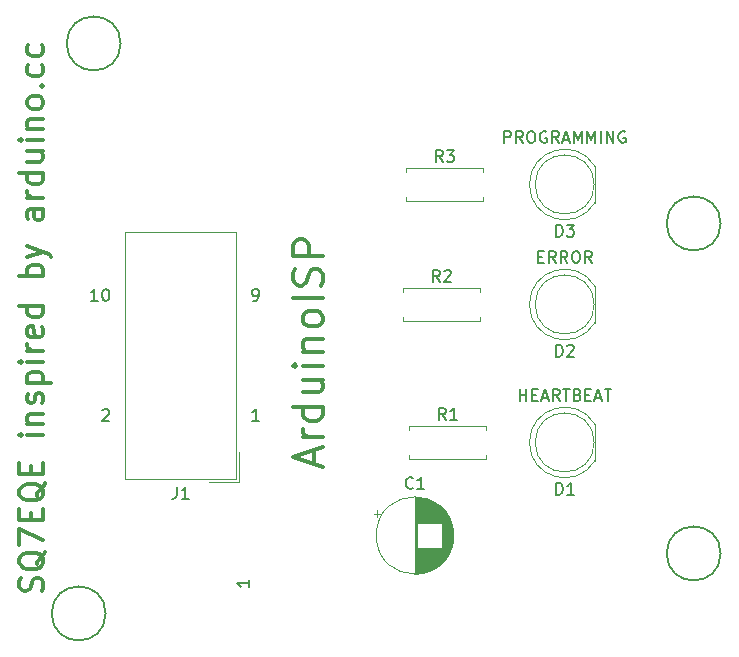
<source format=gbr>
G04 #@! TF.GenerationSoftware,KiCad,Pcbnew,5.1.4-3.fc30*
G04 #@! TF.CreationDate,2019-09-14T16:13:18+02:00*
G04 #@! TF.ProjectId,avr_prog_uno_shiled,6176725f-7072-46f6-975f-756e6f5f7368,1.0*
G04 #@! TF.SameCoordinates,Original*
G04 #@! TF.FileFunction,Legend,Top*
G04 #@! TF.FilePolarity,Positive*
%FSLAX46Y46*%
G04 Gerber Fmt 4.6, Leading zero omitted, Abs format (unit mm)*
G04 Created by KiCad (PCBNEW 5.1.4-3.fc30) date 2019-09-14 16:13:18*
%MOMM*%
%LPD*%
G04 APERTURE LIST*
%ADD10C,0.300000*%
%ADD11C,0.150000*%
%ADD12C,0.120000*%
G04 APERTURE END LIST*
D10*
X121853223Y-121948857D02*
X121948461Y-121663142D01*
X121948461Y-121186952D01*
X121853223Y-120996476D01*
X121757985Y-120901238D01*
X121567509Y-120806000D01*
X121377033Y-120806000D01*
X121186557Y-120901238D01*
X121091319Y-120996476D01*
X120996080Y-121186952D01*
X120900842Y-121567904D01*
X120805604Y-121758380D01*
X120710366Y-121853619D01*
X120519890Y-121948857D01*
X120329414Y-121948857D01*
X120138938Y-121853619D01*
X120043700Y-121758380D01*
X119948461Y-121567904D01*
X119948461Y-121091714D01*
X120043700Y-120806000D01*
X122138938Y-118615523D02*
X122043700Y-118806000D01*
X121853223Y-118996476D01*
X121567509Y-119282190D01*
X121472271Y-119472666D01*
X121472271Y-119663142D01*
X121948461Y-119567904D02*
X121853223Y-119758380D01*
X121662747Y-119948857D01*
X121281795Y-120044095D01*
X120615128Y-120044095D01*
X120234176Y-119948857D01*
X120043700Y-119758380D01*
X119948461Y-119567904D01*
X119948461Y-119186952D01*
X120043700Y-118996476D01*
X120234176Y-118806000D01*
X120615128Y-118710761D01*
X121281795Y-118710761D01*
X121662747Y-118806000D01*
X121853223Y-118996476D01*
X121948461Y-119186952D01*
X121948461Y-119567904D01*
X119948461Y-118044095D02*
X119948461Y-116710761D01*
X121948461Y-117567904D01*
X120900842Y-115948857D02*
X120900842Y-115282190D01*
X121948461Y-114996476D02*
X121948461Y-115948857D01*
X119948461Y-115948857D01*
X119948461Y-114996476D01*
X122138938Y-112806000D02*
X122043700Y-112996476D01*
X121853223Y-113186952D01*
X121567509Y-113472666D01*
X121472271Y-113663142D01*
X121472271Y-113853619D01*
X121948461Y-113758380D02*
X121853223Y-113948857D01*
X121662747Y-114139333D01*
X121281795Y-114234571D01*
X120615128Y-114234571D01*
X120234176Y-114139333D01*
X120043700Y-113948857D01*
X119948461Y-113758380D01*
X119948461Y-113377428D01*
X120043700Y-113186952D01*
X120234176Y-112996476D01*
X120615128Y-112901238D01*
X121281795Y-112901238D01*
X121662747Y-112996476D01*
X121853223Y-113186952D01*
X121948461Y-113377428D01*
X121948461Y-113758380D01*
X120900842Y-112044095D02*
X120900842Y-111377428D01*
X121948461Y-111091714D02*
X121948461Y-112044095D01*
X119948461Y-112044095D01*
X119948461Y-111091714D01*
X121948461Y-108710761D02*
X120615128Y-108710761D01*
X119948461Y-108710761D02*
X120043700Y-108806000D01*
X120138938Y-108710761D01*
X120043700Y-108615523D01*
X119948461Y-108710761D01*
X120138938Y-108710761D01*
X120615128Y-107758380D02*
X121948461Y-107758380D01*
X120805604Y-107758380D02*
X120710366Y-107663142D01*
X120615128Y-107472666D01*
X120615128Y-107186952D01*
X120710366Y-106996476D01*
X120900842Y-106901238D01*
X121948461Y-106901238D01*
X121853223Y-106044095D02*
X121948461Y-105853619D01*
X121948461Y-105472666D01*
X121853223Y-105282190D01*
X121662747Y-105186952D01*
X121567509Y-105186952D01*
X121377033Y-105282190D01*
X121281795Y-105472666D01*
X121281795Y-105758380D01*
X121186557Y-105948857D01*
X120996080Y-106044095D01*
X120900842Y-106044095D01*
X120710366Y-105948857D01*
X120615128Y-105758380D01*
X120615128Y-105472666D01*
X120710366Y-105282190D01*
X120615128Y-104329809D02*
X122615128Y-104329809D01*
X120710366Y-104329809D02*
X120615128Y-104139333D01*
X120615128Y-103758380D01*
X120710366Y-103567904D01*
X120805604Y-103472666D01*
X120996080Y-103377428D01*
X121567509Y-103377428D01*
X121757985Y-103472666D01*
X121853223Y-103567904D01*
X121948461Y-103758380D01*
X121948461Y-104139333D01*
X121853223Y-104329809D01*
X121948461Y-102520285D02*
X120615128Y-102520285D01*
X119948461Y-102520285D02*
X120043700Y-102615523D01*
X120138938Y-102520285D01*
X120043700Y-102425047D01*
X119948461Y-102520285D01*
X120138938Y-102520285D01*
X121948461Y-101567904D02*
X120615128Y-101567904D01*
X120996080Y-101567904D02*
X120805604Y-101472666D01*
X120710366Y-101377428D01*
X120615128Y-101186952D01*
X120615128Y-100996476D01*
X121853223Y-99567904D02*
X121948461Y-99758380D01*
X121948461Y-100139333D01*
X121853223Y-100329809D01*
X121662747Y-100425047D01*
X120900842Y-100425047D01*
X120710366Y-100329809D01*
X120615128Y-100139333D01*
X120615128Y-99758380D01*
X120710366Y-99567904D01*
X120900842Y-99472666D01*
X121091319Y-99472666D01*
X121281795Y-100425047D01*
X121948461Y-97758380D02*
X119948461Y-97758380D01*
X121853223Y-97758380D02*
X121948461Y-97948857D01*
X121948461Y-98329809D01*
X121853223Y-98520285D01*
X121757985Y-98615523D01*
X121567509Y-98710761D01*
X120996080Y-98710761D01*
X120805604Y-98615523D01*
X120710366Y-98520285D01*
X120615128Y-98329809D01*
X120615128Y-97948857D01*
X120710366Y-97758380D01*
X121948461Y-95282190D02*
X119948461Y-95282190D01*
X120710366Y-95282190D02*
X120615128Y-95091714D01*
X120615128Y-94710761D01*
X120710366Y-94520285D01*
X120805604Y-94425047D01*
X120996080Y-94329809D01*
X121567509Y-94329809D01*
X121757985Y-94425047D01*
X121853223Y-94520285D01*
X121948461Y-94710761D01*
X121948461Y-95091714D01*
X121853223Y-95282190D01*
X120615128Y-93663142D02*
X121948461Y-93186952D01*
X120615128Y-92710761D02*
X121948461Y-93186952D01*
X122424652Y-93377428D01*
X122519890Y-93472666D01*
X122615128Y-93663142D01*
X121948461Y-89567904D02*
X120900842Y-89567904D01*
X120710366Y-89663142D01*
X120615128Y-89853619D01*
X120615128Y-90234571D01*
X120710366Y-90425047D01*
X121853223Y-89567904D02*
X121948461Y-89758380D01*
X121948461Y-90234571D01*
X121853223Y-90425047D01*
X121662747Y-90520285D01*
X121472271Y-90520285D01*
X121281795Y-90425047D01*
X121186557Y-90234571D01*
X121186557Y-89758380D01*
X121091319Y-89567904D01*
X121948461Y-88615523D02*
X120615128Y-88615523D01*
X120996080Y-88615523D02*
X120805604Y-88520285D01*
X120710366Y-88425047D01*
X120615128Y-88234571D01*
X120615128Y-88044095D01*
X121948461Y-86520285D02*
X119948461Y-86520285D01*
X121853223Y-86520285D02*
X121948461Y-86710761D01*
X121948461Y-87091714D01*
X121853223Y-87282190D01*
X121757985Y-87377428D01*
X121567509Y-87472666D01*
X120996080Y-87472666D01*
X120805604Y-87377428D01*
X120710366Y-87282190D01*
X120615128Y-87091714D01*
X120615128Y-86710761D01*
X120710366Y-86520285D01*
X120615128Y-84710761D02*
X121948461Y-84710761D01*
X120615128Y-85567904D02*
X121662747Y-85567904D01*
X121853223Y-85472666D01*
X121948461Y-85282190D01*
X121948461Y-84996476D01*
X121853223Y-84806000D01*
X121757985Y-84710761D01*
X121948461Y-83758380D02*
X120615128Y-83758380D01*
X119948461Y-83758380D02*
X120043700Y-83853619D01*
X120138938Y-83758380D01*
X120043700Y-83663142D01*
X119948461Y-83758380D01*
X120138938Y-83758380D01*
X120615128Y-82806000D02*
X121948461Y-82806000D01*
X120805604Y-82806000D02*
X120710366Y-82710761D01*
X120615128Y-82520285D01*
X120615128Y-82234571D01*
X120710366Y-82044095D01*
X120900842Y-81948857D01*
X121948461Y-81948857D01*
X121948461Y-80710761D02*
X121853223Y-80901238D01*
X121757985Y-80996476D01*
X121567509Y-81091714D01*
X120996080Y-81091714D01*
X120805604Y-80996476D01*
X120710366Y-80901238D01*
X120615128Y-80710761D01*
X120615128Y-80425047D01*
X120710366Y-80234571D01*
X120805604Y-80139333D01*
X120996080Y-80044095D01*
X121567509Y-80044095D01*
X121757985Y-80139333D01*
X121853223Y-80234571D01*
X121948461Y-80425047D01*
X121948461Y-80710761D01*
X121757985Y-79186952D02*
X121853223Y-79091714D01*
X121948461Y-79186952D01*
X121853223Y-79282190D01*
X121757985Y-79186952D01*
X121948461Y-79186952D01*
X121853223Y-77377428D02*
X121948461Y-77567904D01*
X121948461Y-77948857D01*
X121853223Y-78139333D01*
X121757985Y-78234571D01*
X121567509Y-78329809D01*
X120996080Y-78329809D01*
X120805604Y-78234571D01*
X120710366Y-78139333D01*
X120615128Y-77948857D01*
X120615128Y-77567904D01*
X120710366Y-77377428D01*
X121853223Y-75663142D02*
X121948461Y-75853619D01*
X121948461Y-76234571D01*
X121853223Y-76425047D01*
X121757985Y-76520285D01*
X121567509Y-76615523D01*
X120996080Y-76615523D01*
X120805604Y-76520285D01*
X120710366Y-76425047D01*
X120615128Y-76234571D01*
X120615128Y-75853619D01*
X120710366Y-75663142D01*
X144917266Y-111187309D02*
X144917266Y-109996833D01*
X145631552Y-111425404D02*
X143131552Y-110592071D01*
X145631552Y-109758738D01*
X145631552Y-108925404D02*
X143964885Y-108925404D01*
X144441076Y-108925404D02*
X144202980Y-108806357D01*
X144083933Y-108687309D01*
X143964885Y-108449214D01*
X143964885Y-108211119D01*
X145631552Y-106306357D02*
X143131552Y-106306357D01*
X145512504Y-106306357D02*
X145631552Y-106544452D01*
X145631552Y-107020642D01*
X145512504Y-107258738D01*
X145393457Y-107377785D01*
X145155361Y-107496833D01*
X144441076Y-107496833D01*
X144202980Y-107377785D01*
X144083933Y-107258738D01*
X143964885Y-107020642D01*
X143964885Y-106544452D01*
X144083933Y-106306357D01*
X143964885Y-104044452D02*
X145631552Y-104044452D01*
X143964885Y-105115880D02*
X145274409Y-105115880D01*
X145512504Y-104996833D01*
X145631552Y-104758738D01*
X145631552Y-104401595D01*
X145512504Y-104163500D01*
X145393457Y-104044452D01*
X145631552Y-102853976D02*
X143964885Y-102853976D01*
X143131552Y-102853976D02*
X143250600Y-102973023D01*
X143369647Y-102853976D01*
X143250600Y-102734928D01*
X143131552Y-102853976D01*
X143369647Y-102853976D01*
X143964885Y-101663500D02*
X145631552Y-101663500D01*
X144202980Y-101663500D02*
X144083933Y-101544452D01*
X143964885Y-101306357D01*
X143964885Y-100949214D01*
X144083933Y-100711119D01*
X144322028Y-100592071D01*
X145631552Y-100592071D01*
X145631552Y-99044452D02*
X145512504Y-99282547D01*
X145393457Y-99401595D01*
X145155361Y-99520642D01*
X144441076Y-99520642D01*
X144202980Y-99401595D01*
X144083933Y-99282547D01*
X143964885Y-99044452D01*
X143964885Y-98687309D01*
X144083933Y-98449214D01*
X144202980Y-98330166D01*
X144441076Y-98211119D01*
X145155361Y-98211119D01*
X145393457Y-98330166D01*
X145512504Y-98449214D01*
X145631552Y-98687309D01*
X145631552Y-99044452D01*
X145631552Y-97139690D02*
X143131552Y-97139690D01*
X145512504Y-96068261D02*
X145631552Y-95711119D01*
X145631552Y-95115880D01*
X145512504Y-94877785D01*
X145393457Y-94758738D01*
X145155361Y-94639690D01*
X144917266Y-94639690D01*
X144679171Y-94758738D01*
X144560123Y-94877785D01*
X144441076Y-95115880D01*
X144322028Y-95592071D01*
X144202980Y-95830166D01*
X144083933Y-95949214D01*
X143845838Y-96068261D01*
X143607742Y-96068261D01*
X143369647Y-95949214D01*
X143250600Y-95830166D01*
X143131552Y-95592071D01*
X143131552Y-94996833D01*
X143250600Y-94639690D01*
X145631552Y-93568261D02*
X143131552Y-93568261D01*
X143131552Y-92615880D01*
X143250600Y-92377785D01*
X143369647Y-92258738D01*
X143607742Y-92139690D01*
X143964885Y-92139690D01*
X144202980Y-92258738D01*
X144322028Y-92377785D01*
X144441076Y-92615880D01*
X144441076Y-93568261D01*
D11*
X139390380Y-120999285D02*
X139390380Y-121570714D01*
X139390380Y-121285000D02*
X138390380Y-121285000D01*
X138533238Y-121380238D01*
X138628476Y-121475476D01*
X138676095Y-121570714D01*
D12*
X138529000Y-112661000D02*
X135989000Y-112661000D01*
X138529000Y-112661000D02*
X138529000Y-110121000D01*
X138279000Y-112411000D02*
X128929000Y-112411000D01*
X138279000Y-91551000D02*
X138279000Y-112411000D01*
X128929000Y-91551000D02*
X138279000Y-91551000D01*
X128929000Y-112411000D02*
X128929000Y-91551000D01*
X150250759Y-115067000D02*
X150250759Y-115697000D01*
X149935759Y-115382000D02*
X150565759Y-115382000D01*
X156677000Y-116819000D02*
X156677000Y-117623000D01*
X156637000Y-116588000D02*
X156637000Y-117854000D01*
X156597000Y-116419000D02*
X156597000Y-118023000D01*
X156557000Y-116281000D02*
X156557000Y-118161000D01*
X156517000Y-116162000D02*
X156517000Y-118280000D01*
X156477000Y-116056000D02*
X156477000Y-118386000D01*
X156437000Y-115959000D02*
X156437000Y-118483000D01*
X156397000Y-115871000D02*
X156397000Y-118571000D01*
X156357000Y-115789000D02*
X156357000Y-118653000D01*
X156317000Y-115712000D02*
X156317000Y-118730000D01*
X156277000Y-115640000D02*
X156277000Y-118802000D01*
X156237000Y-115571000D02*
X156237000Y-118871000D01*
X156197000Y-115507000D02*
X156197000Y-118935000D01*
X156157000Y-115445000D02*
X156157000Y-118997000D01*
X156117000Y-115387000D02*
X156117000Y-119055000D01*
X156077000Y-115331000D02*
X156077000Y-119111000D01*
X156037000Y-115277000D02*
X156037000Y-119165000D01*
X155997000Y-115226000D02*
X155997000Y-119216000D01*
X155957000Y-115177000D02*
X155957000Y-119265000D01*
X155917000Y-115129000D02*
X155917000Y-119313000D01*
X155877000Y-115084000D02*
X155877000Y-119358000D01*
X155837000Y-115039000D02*
X155837000Y-119403000D01*
X155797000Y-114997000D02*
X155797000Y-119445000D01*
X155757000Y-114956000D02*
X155757000Y-119486000D01*
X155717000Y-118261000D02*
X155717000Y-119526000D01*
X155717000Y-114916000D02*
X155717000Y-116181000D01*
X155677000Y-118261000D02*
X155677000Y-119564000D01*
X155677000Y-114878000D02*
X155677000Y-116181000D01*
X155637000Y-118261000D02*
X155637000Y-119601000D01*
X155637000Y-114841000D02*
X155637000Y-116181000D01*
X155597000Y-118261000D02*
X155597000Y-119637000D01*
X155597000Y-114805000D02*
X155597000Y-116181000D01*
X155557000Y-118261000D02*
X155557000Y-119671000D01*
X155557000Y-114771000D02*
X155557000Y-116181000D01*
X155517000Y-118261000D02*
X155517000Y-119705000D01*
X155517000Y-114737000D02*
X155517000Y-116181000D01*
X155477000Y-118261000D02*
X155477000Y-119737000D01*
X155477000Y-114705000D02*
X155477000Y-116181000D01*
X155437000Y-118261000D02*
X155437000Y-119769000D01*
X155437000Y-114673000D02*
X155437000Y-116181000D01*
X155397000Y-118261000D02*
X155397000Y-119799000D01*
X155397000Y-114643000D02*
X155397000Y-116181000D01*
X155357000Y-118261000D02*
X155357000Y-119828000D01*
X155357000Y-114614000D02*
X155357000Y-116181000D01*
X155317000Y-118261000D02*
X155317000Y-119857000D01*
X155317000Y-114585000D02*
X155317000Y-116181000D01*
X155277000Y-118261000D02*
X155277000Y-119885000D01*
X155277000Y-114557000D02*
X155277000Y-116181000D01*
X155237000Y-118261000D02*
X155237000Y-119911000D01*
X155237000Y-114531000D02*
X155237000Y-116181000D01*
X155197000Y-118261000D02*
X155197000Y-119937000D01*
X155197000Y-114505000D02*
X155197000Y-116181000D01*
X155157000Y-118261000D02*
X155157000Y-119963000D01*
X155157000Y-114479000D02*
X155157000Y-116181000D01*
X155117000Y-118261000D02*
X155117000Y-119987000D01*
X155117000Y-114455000D02*
X155117000Y-116181000D01*
X155077000Y-118261000D02*
X155077000Y-120011000D01*
X155077000Y-114431000D02*
X155077000Y-116181000D01*
X155037000Y-118261000D02*
X155037000Y-120033000D01*
X155037000Y-114409000D02*
X155037000Y-116181000D01*
X154997000Y-118261000D02*
X154997000Y-120055000D01*
X154997000Y-114387000D02*
X154997000Y-116181000D01*
X154957000Y-118261000D02*
X154957000Y-120077000D01*
X154957000Y-114365000D02*
X154957000Y-116181000D01*
X154917000Y-118261000D02*
X154917000Y-120097000D01*
X154917000Y-114345000D02*
X154917000Y-116181000D01*
X154877000Y-118261000D02*
X154877000Y-120117000D01*
X154877000Y-114325000D02*
X154877000Y-116181000D01*
X154837000Y-118261000D02*
X154837000Y-120137000D01*
X154837000Y-114305000D02*
X154837000Y-116181000D01*
X154797000Y-118261000D02*
X154797000Y-120155000D01*
X154797000Y-114287000D02*
X154797000Y-116181000D01*
X154757000Y-118261000D02*
X154757000Y-120173000D01*
X154757000Y-114269000D02*
X154757000Y-116181000D01*
X154717000Y-118261000D02*
X154717000Y-120191000D01*
X154717000Y-114251000D02*
X154717000Y-116181000D01*
X154677000Y-118261000D02*
X154677000Y-120207000D01*
X154677000Y-114235000D02*
X154677000Y-116181000D01*
X154637000Y-118261000D02*
X154637000Y-120223000D01*
X154637000Y-114219000D02*
X154637000Y-116181000D01*
X154597000Y-118261000D02*
X154597000Y-120239000D01*
X154597000Y-114203000D02*
X154597000Y-116181000D01*
X154557000Y-118261000D02*
X154557000Y-120254000D01*
X154557000Y-114188000D02*
X154557000Y-116181000D01*
X154517000Y-118261000D02*
X154517000Y-120268000D01*
X154517000Y-114174000D02*
X154517000Y-116181000D01*
X154477000Y-118261000D02*
X154477000Y-120282000D01*
X154477000Y-114160000D02*
X154477000Y-116181000D01*
X154437000Y-118261000D02*
X154437000Y-120295000D01*
X154437000Y-114147000D02*
X154437000Y-116181000D01*
X154397000Y-118261000D02*
X154397000Y-120307000D01*
X154397000Y-114135000D02*
X154397000Y-116181000D01*
X154357000Y-118261000D02*
X154357000Y-120319000D01*
X154357000Y-114123000D02*
X154357000Y-116181000D01*
X154317000Y-118261000D02*
X154317000Y-120331000D01*
X154317000Y-114111000D02*
X154317000Y-116181000D01*
X154277000Y-118261000D02*
X154277000Y-120342000D01*
X154277000Y-114100000D02*
X154277000Y-116181000D01*
X154237000Y-118261000D02*
X154237000Y-120352000D01*
X154237000Y-114090000D02*
X154237000Y-116181000D01*
X154197000Y-118261000D02*
X154197000Y-120362000D01*
X154197000Y-114080000D02*
X154197000Y-116181000D01*
X154157000Y-118261000D02*
X154157000Y-120371000D01*
X154157000Y-114071000D02*
X154157000Y-116181000D01*
X154116000Y-118261000D02*
X154116000Y-120380000D01*
X154116000Y-114062000D02*
X154116000Y-116181000D01*
X154076000Y-118261000D02*
X154076000Y-120388000D01*
X154076000Y-114054000D02*
X154076000Y-116181000D01*
X154036000Y-118261000D02*
X154036000Y-120396000D01*
X154036000Y-114046000D02*
X154036000Y-116181000D01*
X153996000Y-118261000D02*
X153996000Y-120403000D01*
X153996000Y-114039000D02*
X153996000Y-116181000D01*
X153956000Y-118261000D02*
X153956000Y-120410000D01*
X153956000Y-114032000D02*
X153956000Y-116181000D01*
X153916000Y-118261000D02*
X153916000Y-120416000D01*
X153916000Y-114026000D02*
X153916000Y-116181000D01*
X153876000Y-118261000D02*
X153876000Y-120422000D01*
X153876000Y-114020000D02*
X153876000Y-116181000D01*
X153836000Y-118261000D02*
X153836000Y-120427000D01*
X153836000Y-114015000D02*
X153836000Y-116181000D01*
X153796000Y-118261000D02*
X153796000Y-120432000D01*
X153796000Y-114010000D02*
X153796000Y-116181000D01*
X153756000Y-118261000D02*
X153756000Y-120436000D01*
X153756000Y-114006000D02*
X153756000Y-116181000D01*
X153716000Y-118261000D02*
X153716000Y-120439000D01*
X153716000Y-114003000D02*
X153716000Y-116181000D01*
X153676000Y-118261000D02*
X153676000Y-120443000D01*
X153676000Y-113999000D02*
X153676000Y-116181000D01*
X153636000Y-113997000D02*
X153636000Y-120445000D01*
X153596000Y-113994000D02*
X153596000Y-120448000D01*
X153556000Y-113993000D02*
X153556000Y-120449000D01*
X153516000Y-113991000D02*
X153516000Y-120451000D01*
X153476000Y-113991000D02*
X153476000Y-120451000D01*
X153436000Y-113991000D02*
X153436000Y-120451000D01*
X156706000Y-117221000D02*
G75*
G03X156706000Y-117221000I-3270000J0D01*
G01*
D11*
X127254000Y-123825000D02*
G75*
G03X127254000Y-123825000I-2286000J0D01*
G01*
X179324000Y-118745000D02*
G75*
G03X179324000Y-118745000I-2286000J0D01*
G01*
X128524000Y-75565000D02*
G75*
G03X128524000Y-75565000I-2286000J0D01*
G01*
X179324000Y-90805000D02*
G75*
G03X179324000Y-90805000I-2286000J0D01*
G01*
D12*
X163126000Y-109346538D02*
G75*
G03X168676000Y-110891830I2990000J-462D01*
G01*
X163126000Y-109347462D02*
G75*
G02X168676000Y-107802170I2990000J462D01*
G01*
X168616000Y-109347000D02*
G75*
G03X168616000Y-109347000I-2500000J0D01*
G01*
X168676000Y-110892000D02*
X168676000Y-107802000D01*
X168676000Y-99208000D02*
X168676000Y-96118000D01*
X168616000Y-97663000D02*
G75*
G03X168616000Y-97663000I-2500000J0D01*
G01*
X163126000Y-97663462D02*
G75*
G02X168676000Y-96118170I2990000J462D01*
G01*
X163126000Y-97662538D02*
G75*
G03X168676000Y-99207830I2990000J-462D01*
G01*
X163126000Y-87502538D02*
G75*
G03X168676000Y-89047830I2990000J-462D01*
G01*
X163126000Y-87503462D02*
G75*
G02X168676000Y-85958170I2990000J462D01*
G01*
X168616000Y-87503000D02*
G75*
G03X168616000Y-87503000I-2500000J0D01*
G01*
X168676000Y-89048000D02*
X168676000Y-85958000D01*
X152940000Y-108307000D02*
X152940000Y-107977000D01*
X152940000Y-107977000D02*
X159480000Y-107977000D01*
X159480000Y-107977000D02*
X159480000Y-108307000D01*
X152940000Y-110387000D02*
X152940000Y-110717000D01*
X152940000Y-110717000D02*
X159480000Y-110717000D01*
X159480000Y-110717000D02*
X159480000Y-110387000D01*
X158972000Y-99033000D02*
X158972000Y-98703000D01*
X152432000Y-99033000D02*
X158972000Y-99033000D01*
X152432000Y-98703000D02*
X152432000Y-99033000D01*
X158972000Y-96293000D02*
X158972000Y-96623000D01*
X152432000Y-96293000D02*
X158972000Y-96293000D01*
X152432000Y-96623000D02*
X152432000Y-96293000D01*
X152686000Y-86463000D02*
X152686000Y-86133000D01*
X152686000Y-86133000D02*
X159226000Y-86133000D01*
X159226000Y-86133000D02*
X159226000Y-86463000D01*
X152686000Y-88543000D02*
X152686000Y-88873000D01*
X152686000Y-88873000D02*
X159226000Y-88873000D01*
X159226000Y-88873000D02*
X159226000Y-88543000D01*
D11*
X133270666Y-113117380D02*
X133270666Y-113831666D01*
X133223047Y-113974523D01*
X133127809Y-114069761D01*
X132984952Y-114117380D01*
X132889714Y-114117380D01*
X134270666Y-114117380D02*
X133699238Y-114117380D01*
X133984952Y-114117380D02*
X133984952Y-113117380D01*
X133889714Y-113260238D01*
X133794476Y-113355476D01*
X133699238Y-113403095D01*
X126593642Y-97353380D02*
X126022214Y-97353380D01*
X126307928Y-97353380D02*
X126307928Y-96353380D01*
X126212690Y-96496238D01*
X126117452Y-96591476D01*
X126022214Y-96639095D01*
X127212690Y-96353380D02*
X127307928Y-96353380D01*
X127403166Y-96401000D01*
X127450785Y-96448619D01*
X127498404Y-96543857D01*
X127546023Y-96734333D01*
X127546023Y-96972428D01*
X127498404Y-97162904D01*
X127450785Y-97258142D01*
X127403166Y-97305761D01*
X127307928Y-97353380D01*
X127212690Y-97353380D01*
X127117452Y-97305761D01*
X127069833Y-97258142D01*
X127022214Y-97162904D01*
X126974595Y-96972428D01*
X126974595Y-96734333D01*
X127022214Y-96543857D01*
X127069833Y-96448619D01*
X127117452Y-96401000D01*
X127212690Y-96353380D01*
X126974595Y-106608619D02*
X127022214Y-106561000D01*
X127117452Y-106513380D01*
X127355547Y-106513380D01*
X127450785Y-106561000D01*
X127498404Y-106608619D01*
X127546023Y-106703857D01*
X127546023Y-106799095D01*
X127498404Y-106941952D01*
X126926976Y-107513380D01*
X127546023Y-107513380D01*
X139757214Y-97353380D02*
X139947690Y-97353380D01*
X140042928Y-97305761D01*
X140090547Y-97258142D01*
X140185785Y-97115285D01*
X140233404Y-96924809D01*
X140233404Y-96543857D01*
X140185785Y-96448619D01*
X140138166Y-96401000D01*
X140042928Y-96353380D01*
X139852452Y-96353380D01*
X139757214Y-96401000D01*
X139709595Y-96448619D01*
X139661976Y-96543857D01*
X139661976Y-96781952D01*
X139709595Y-96877190D01*
X139757214Y-96924809D01*
X139852452Y-96972428D01*
X140042928Y-96972428D01*
X140138166Y-96924809D01*
X140185785Y-96877190D01*
X140233404Y-96781952D01*
X140233404Y-107513380D02*
X139661976Y-107513380D01*
X139947690Y-107513380D02*
X139947690Y-106513380D01*
X139852452Y-106656238D01*
X139757214Y-106751476D01*
X139661976Y-106799095D01*
X153269333Y-113178142D02*
X153221714Y-113225761D01*
X153078857Y-113273380D01*
X152983619Y-113273380D01*
X152840761Y-113225761D01*
X152745523Y-113130523D01*
X152697904Y-113035285D01*
X152650285Y-112844809D01*
X152650285Y-112701952D01*
X152697904Y-112511476D01*
X152745523Y-112416238D01*
X152840761Y-112321000D01*
X152983619Y-112273380D01*
X153078857Y-112273380D01*
X153221714Y-112321000D01*
X153269333Y-112368619D01*
X154221714Y-113273380D02*
X153650285Y-113273380D01*
X153936000Y-113273380D02*
X153936000Y-112273380D01*
X153840761Y-112416238D01*
X153745523Y-112511476D01*
X153650285Y-112559095D01*
X165377904Y-113759380D02*
X165377904Y-112759380D01*
X165616000Y-112759380D01*
X165758857Y-112807000D01*
X165854095Y-112902238D01*
X165901714Y-112997476D01*
X165949333Y-113187952D01*
X165949333Y-113330809D01*
X165901714Y-113521285D01*
X165854095Y-113616523D01*
X165758857Y-113711761D01*
X165616000Y-113759380D01*
X165377904Y-113759380D01*
X166901714Y-113759380D02*
X166330285Y-113759380D01*
X166616000Y-113759380D02*
X166616000Y-112759380D01*
X166520761Y-112902238D01*
X166425523Y-112997476D01*
X166330285Y-113045095D01*
X162306476Y-105839380D02*
X162306476Y-104839380D01*
X162306476Y-105315571D02*
X162877904Y-105315571D01*
X162877904Y-105839380D02*
X162877904Y-104839380D01*
X163354095Y-105315571D02*
X163687428Y-105315571D01*
X163830285Y-105839380D02*
X163354095Y-105839380D01*
X163354095Y-104839380D01*
X163830285Y-104839380D01*
X164211238Y-105553666D02*
X164687428Y-105553666D01*
X164116000Y-105839380D02*
X164449333Y-104839380D01*
X164782666Y-105839380D01*
X165687428Y-105839380D02*
X165354095Y-105363190D01*
X165116000Y-105839380D02*
X165116000Y-104839380D01*
X165496952Y-104839380D01*
X165592190Y-104887000D01*
X165639809Y-104934619D01*
X165687428Y-105029857D01*
X165687428Y-105172714D01*
X165639809Y-105267952D01*
X165592190Y-105315571D01*
X165496952Y-105363190D01*
X165116000Y-105363190D01*
X165973142Y-104839380D02*
X166544571Y-104839380D01*
X166258857Y-105839380D02*
X166258857Y-104839380D01*
X167211238Y-105315571D02*
X167354095Y-105363190D01*
X167401714Y-105410809D01*
X167449333Y-105506047D01*
X167449333Y-105648904D01*
X167401714Y-105744142D01*
X167354095Y-105791761D01*
X167258857Y-105839380D01*
X166877904Y-105839380D01*
X166877904Y-104839380D01*
X167211238Y-104839380D01*
X167306476Y-104887000D01*
X167354095Y-104934619D01*
X167401714Y-105029857D01*
X167401714Y-105125095D01*
X167354095Y-105220333D01*
X167306476Y-105267952D01*
X167211238Y-105315571D01*
X166877904Y-105315571D01*
X167877904Y-105315571D02*
X168211238Y-105315571D01*
X168354095Y-105839380D02*
X167877904Y-105839380D01*
X167877904Y-104839380D01*
X168354095Y-104839380D01*
X168735047Y-105553666D02*
X169211238Y-105553666D01*
X168639809Y-105839380D02*
X168973142Y-104839380D01*
X169306476Y-105839380D01*
X169496952Y-104839380D02*
X170068380Y-104839380D01*
X169782666Y-105839380D02*
X169782666Y-104839380D01*
X165377904Y-102075380D02*
X165377904Y-101075380D01*
X165616000Y-101075380D01*
X165758857Y-101123000D01*
X165854095Y-101218238D01*
X165901714Y-101313476D01*
X165949333Y-101503952D01*
X165949333Y-101646809D01*
X165901714Y-101837285D01*
X165854095Y-101932523D01*
X165758857Y-102027761D01*
X165616000Y-102075380D01*
X165377904Y-102075380D01*
X166330285Y-101170619D02*
X166377904Y-101123000D01*
X166473142Y-101075380D01*
X166711238Y-101075380D01*
X166806476Y-101123000D01*
X166854095Y-101170619D01*
X166901714Y-101265857D01*
X166901714Y-101361095D01*
X166854095Y-101503952D01*
X166282666Y-102075380D01*
X166901714Y-102075380D01*
X163877904Y-93631571D02*
X164211238Y-93631571D01*
X164354095Y-94155380D02*
X163877904Y-94155380D01*
X163877904Y-93155380D01*
X164354095Y-93155380D01*
X165354095Y-94155380D02*
X165020761Y-93679190D01*
X164782666Y-94155380D02*
X164782666Y-93155380D01*
X165163619Y-93155380D01*
X165258857Y-93203000D01*
X165306476Y-93250619D01*
X165354095Y-93345857D01*
X165354095Y-93488714D01*
X165306476Y-93583952D01*
X165258857Y-93631571D01*
X165163619Y-93679190D01*
X164782666Y-93679190D01*
X166354095Y-94155380D02*
X166020761Y-93679190D01*
X165782666Y-94155380D02*
X165782666Y-93155380D01*
X166163619Y-93155380D01*
X166258857Y-93203000D01*
X166306476Y-93250619D01*
X166354095Y-93345857D01*
X166354095Y-93488714D01*
X166306476Y-93583952D01*
X166258857Y-93631571D01*
X166163619Y-93679190D01*
X165782666Y-93679190D01*
X166973142Y-93155380D02*
X167163619Y-93155380D01*
X167258857Y-93203000D01*
X167354095Y-93298238D01*
X167401714Y-93488714D01*
X167401714Y-93822047D01*
X167354095Y-94012523D01*
X167258857Y-94107761D01*
X167163619Y-94155380D01*
X166973142Y-94155380D01*
X166877904Y-94107761D01*
X166782666Y-94012523D01*
X166735047Y-93822047D01*
X166735047Y-93488714D01*
X166782666Y-93298238D01*
X166877904Y-93203000D01*
X166973142Y-93155380D01*
X168401714Y-94155380D02*
X168068380Y-93679190D01*
X167830285Y-94155380D02*
X167830285Y-93155380D01*
X168211238Y-93155380D01*
X168306476Y-93203000D01*
X168354095Y-93250619D01*
X168401714Y-93345857D01*
X168401714Y-93488714D01*
X168354095Y-93583952D01*
X168306476Y-93631571D01*
X168211238Y-93679190D01*
X167830285Y-93679190D01*
X165377904Y-91915380D02*
X165377904Y-90915380D01*
X165616000Y-90915380D01*
X165758857Y-90963000D01*
X165854095Y-91058238D01*
X165901714Y-91153476D01*
X165949333Y-91343952D01*
X165949333Y-91486809D01*
X165901714Y-91677285D01*
X165854095Y-91772523D01*
X165758857Y-91867761D01*
X165616000Y-91915380D01*
X165377904Y-91915380D01*
X166282666Y-90915380D02*
X166901714Y-90915380D01*
X166568380Y-91296333D01*
X166711238Y-91296333D01*
X166806476Y-91343952D01*
X166854095Y-91391571D01*
X166901714Y-91486809D01*
X166901714Y-91724904D01*
X166854095Y-91820142D01*
X166806476Y-91867761D01*
X166711238Y-91915380D01*
X166425523Y-91915380D01*
X166330285Y-91867761D01*
X166282666Y-91820142D01*
X160996952Y-83995380D02*
X160996952Y-82995380D01*
X161377904Y-82995380D01*
X161473142Y-83043000D01*
X161520761Y-83090619D01*
X161568380Y-83185857D01*
X161568380Y-83328714D01*
X161520761Y-83423952D01*
X161473142Y-83471571D01*
X161377904Y-83519190D01*
X160996952Y-83519190D01*
X162568380Y-83995380D02*
X162235047Y-83519190D01*
X161996952Y-83995380D02*
X161996952Y-82995380D01*
X162377904Y-82995380D01*
X162473142Y-83043000D01*
X162520761Y-83090619D01*
X162568380Y-83185857D01*
X162568380Y-83328714D01*
X162520761Y-83423952D01*
X162473142Y-83471571D01*
X162377904Y-83519190D01*
X161996952Y-83519190D01*
X163187428Y-82995380D02*
X163377904Y-82995380D01*
X163473142Y-83043000D01*
X163568380Y-83138238D01*
X163616000Y-83328714D01*
X163616000Y-83662047D01*
X163568380Y-83852523D01*
X163473142Y-83947761D01*
X163377904Y-83995380D01*
X163187428Y-83995380D01*
X163092190Y-83947761D01*
X162996952Y-83852523D01*
X162949333Y-83662047D01*
X162949333Y-83328714D01*
X162996952Y-83138238D01*
X163092190Y-83043000D01*
X163187428Y-82995380D01*
X164568380Y-83043000D02*
X164473142Y-82995380D01*
X164330285Y-82995380D01*
X164187428Y-83043000D01*
X164092190Y-83138238D01*
X164044571Y-83233476D01*
X163996952Y-83423952D01*
X163996952Y-83566809D01*
X164044571Y-83757285D01*
X164092190Y-83852523D01*
X164187428Y-83947761D01*
X164330285Y-83995380D01*
X164425523Y-83995380D01*
X164568380Y-83947761D01*
X164616000Y-83900142D01*
X164616000Y-83566809D01*
X164425523Y-83566809D01*
X165616000Y-83995380D02*
X165282666Y-83519190D01*
X165044571Y-83995380D02*
X165044571Y-82995380D01*
X165425523Y-82995380D01*
X165520761Y-83043000D01*
X165568380Y-83090619D01*
X165616000Y-83185857D01*
X165616000Y-83328714D01*
X165568380Y-83423952D01*
X165520761Y-83471571D01*
X165425523Y-83519190D01*
X165044571Y-83519190D01*
X165996952Y-83709666D02*
X166473142Y-83709666D01*
X165901714Y-83995380D02*
X166235047Y-82995380D01*
X166568380Y-83995380D01*
X166901714Y-83995380D02*
X166901714Y-82995380D01*
X167235047Y-83709666D01*
X167568380Y-82995380D01*
X167568380Y-83995380D01*
X168044571Y-83995380D02*
X168044571Y-82995380D01*
X168377904Y-83709666D01*
X168711238Y-82995380D01*
X168711238Y-83995380D01*
X169187428Y-83995380D02*
X169187428Y-82995380D01*
X169663619Y-83995380D02*
X169663619Y-82995380D01*
X170235047Y-83995380D01*
X170235047Y-82995380D01*
X171235047Y-83043000D02*
X171139809Y-82995380D01*
X170996952Y-82995380D01*
X170854095Y-83043000D01*
X170758857Y-83138238D01*
X170711238Y-83233476D01*
X170663619Y-83423952D01*
X170663619Y-83566809D01*
X170711238Y-83757285D01*
X170758857Y-83852523D01*
X170854095Y-83947761D01*
X170996952Y-83995380D01*
X171092190Y-83995380D01*
X171235047Y-83947761D01*
X171282666Y-83900142D01*
X171282666Y-83566809D01*
X171092190Y-83566809D01*
X156043333Y-107429380D02*
X155710000Y-106953190D01*
X155471904Y-107429380D02*
X155471904Y-106429380D01*
X155852857Y-106429380D01*
X155948095Y-106477000D01*
X155995714Y-106524619D01*
X156043333Y-106619857D01*
X156043333Y-106762714D01*
X155995714Y-106857952D01*
X155948095Y-106905571D01*
X155852857Y-106953190D01*
X155471904Y-106953190D01*
X156995714Y-107429380D02*
X156424285Y-107429380D01*
X156710000Y-107429380D02*
X156710000Y-106429380D01*
X156614761Y-106572238D01*
X156519523Y-106667476D01*
X156424285Y-106715095D01*
X155535333Y-95745380D02*
X155202000Y-95269190D01*
X154963904Y-95745380D02*
X154963904Y-94745380D01*
X155344857Y-94745380D01*
X155440095Y-94793000D01*
X155487714Y-94840619D01*
X155535333Y-94935857D01*
X155535333Y-95078714D01*
X155487714Y-95173952D01*
X155440095Y-95221571D01*
X155344857Y-95269190D01*
X154963904Y-95269190D01*
X155916285Y-94840619D02*
X155963904Y-94793000D01*
X156059142Y-94745380D01*
X156297238Y-94745380D01*
X156392476Y-94793000D01*
X156440095Y-94840619D01*
X156487714Y-94935857D01*
X156487714Y-95031095D01*
X156440095Y-95173952D01*
X155868666Y-95745380D01*
X156487714Y-95745380D01*
X155789333Y-85585380D02*
X155456000Y-85109190D01*
X155217904Y-85585380D02*
X155217904Y-84585380D01*
X155598857Y-84585380D01*
X155694095Y-84633000D01*
X155741714Y-84680619D01*
X155789333Y-84775857D01*
X155789333Y-84918714D01*
X155741714Y-85013952D01*
X155694095Y-85061571D01*
X155598857Y-85109190D01*
X155217904Y-85109190D01*
X156122666Y-84585380D02*
X156741714Y-84585380D01*
X156408380Y-84966333D01*
X156551238Y-84966333D01*
X156646476Y-85013952D01*
X156694095Y-85061571D01*
X156741714Y-85156809D01*
X156741714Y-85394904D01*
X156694095Y-85490142D01*
X156646476Y-85537761D01*
X156551238Y-85585380D01*
X156265523Y-85585380D01*
X156170285Y-85537761D01*
X156122666Y-85490142D01*
M02*

</source>
